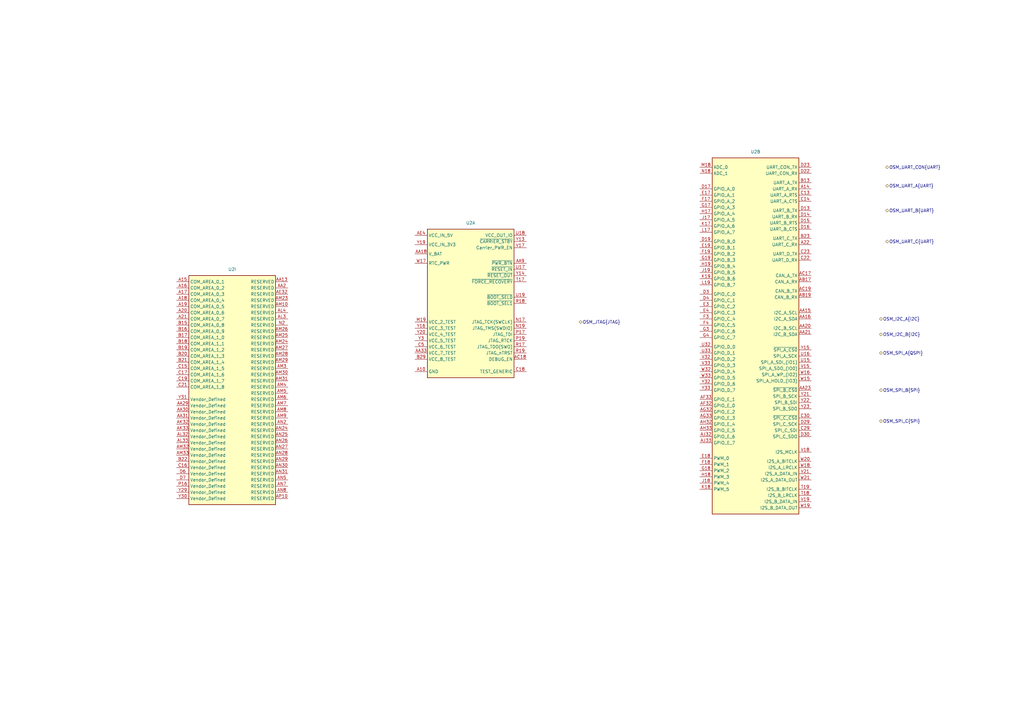
<source format=kicad_sch>
(kicad_sch (version 20250114) (generator "eeschema") (generator_version "9.0")
  (paper "A3")
  (title_block (title "BMC Reference Carrier Board") (date "2025-08-14") (rev "1.0.0"))
  (hierarchical_label "OSM_UART_B{UART}" (shape bidirectional) (at 363.22 86.36 0))
  (hierarchical_label "OSM_SPI_C{SPI}" (shape bidirectional) (at 360.68 172.72 0))
  (hierarchical_label "OSM_UART_A{UART}" (shape bidirectional) (at 363.22 76.2 0))
  (hierarchical_label "OSM_I2C_B{I2C}" (shape bidirectional) (at 360.68 137.16 0))
  (hierarchical_label "OSM_JTAG{JTAG}" (shape bidirectional) (at 237.49 132.08 0))
  (hierarchical_label "OSM_SPI_A{QSPI}" (shape bidirectional) (at 360.68 144.78 0))
  (hierarchical_label "OSM_SPI_B{SPI}" (shape bidirectional) (at 360.68 160.02 0))
  (hierarchical_label "OSM_I2C_A{I2C}" (shape bidirectional) (at 360.68 130.81 0))
  (hierarchical_label "OSM_UART_CON{UART}" (shape bidirectional) (at 363.22 68.58 0))
  (hierarchical_label "OSM_UART_C{UART}" (shape bidirectional) (at 363.22 99.06 0))
  (symbol (lib_id "antmicroModules:OSM-L_Carrier-side") (at 170.18 96.52 0) (unit 1)
    (property "Reference" "U2" (at 193.04 91.44 0))
    (property "Value" "OSM-L_Carrier-side" (effects (hide yes)))
    (property "Footprint" "antmicro-footprints:OSM-L_Carrier-side" (effects (hide yes)))
    (property "Datasheet" "https://sget.org/standards/osm/" (effects (hide yes)))
    (property "Description" "Open Standard Module (OSM)" (effects (hide yes)))
    (property "Author" "Antmicro" (effects (hide yes)))
    (property "License" "Apache-2.0" (effects (hide yes)))
  )
  (symbol (lib_id "antmicroModules:OSM-L_Carrier-side") (at 287.02 68.58 0) (unit 2)
    (property "Reference" "U2" (at 309.88 62.23 0))
    (property "Value" "OSM-L_Carrier-side" (effects (hide yes)))
    (property "Footprint" "antmicro-footprints:OSM-L_Carrier-side" (effects (hide yes)))
    (property "Datasheet" "https://sget.org/standards/osm/" (effects (hide yes)))
    (property "Description" "Open Standard Module (OSM)" (effects (hide yes)))
    (property "Author" "Antmicro" (effects (hide yes)))
    (property "License" "Apache-2.0" (effects (hide yes)))
  )
  (symbol (lib_id "antmicroModules:OSM-L_Carrier-side") (at 72.39 115.57 0) (unit 9)
    (property "Reference" "U2" (at 95.25 110.49 0))
    (property "Value" "OSM-L_Carrier-side" (effects (hide yes)))
    (property "Footprint" "antmicro-footprints:OSM-L_Carrier-side" (effects (hide yes)))
    (property "Datasheet" "https://sget.org/standards/osm/" (effects (hide yes)))
    (property "Description" "Open Standard Module (OSM)" (effects (hide yes)))
    (property "Author" "Antmicro" (effects (hide yes)))
    (property "License" "Apache-2.0" (effects (hide yes)))
  )
)
</source>
